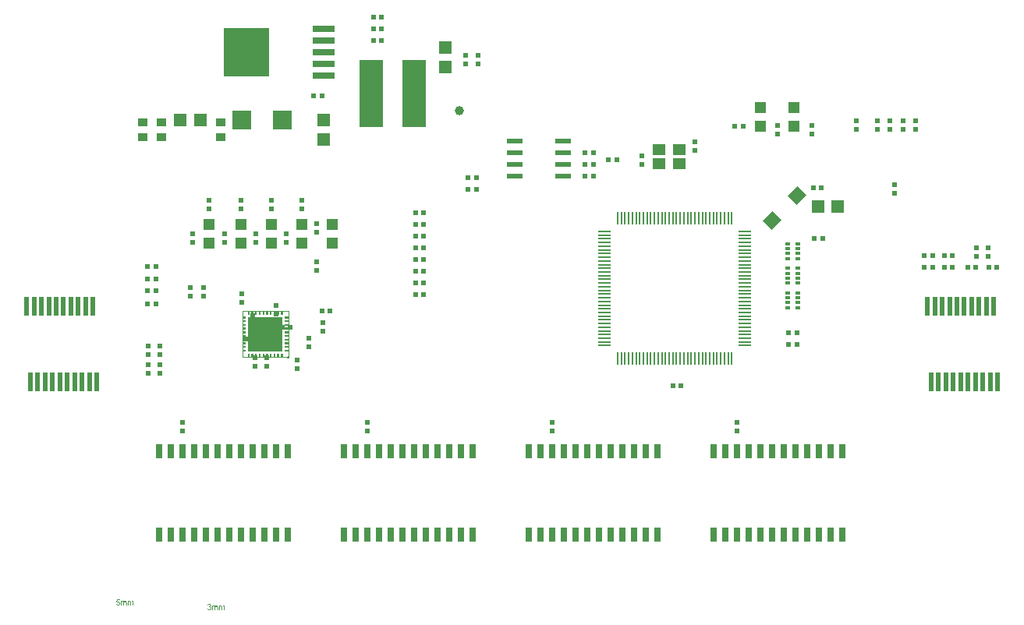
<source format=gtp>
G04*
G04 #@! TF.GenerationSoftware,Altium Limited,Altium Designer,20.0.2 (26)*
G04*
G04 Layer_Color=8421504*
%FSLAX25Y25*%
%MOIN*%
G70*
G01*
G75*
%ADD20C,0.00200*%
%ADD21R,0.05500X0.05500*%
%ADD22R,0.05500X0.05500*%
%ADD23R,0.04000X0.03500*%
G04:AMPARAMS|DCode=24|XSize=78.74mil|YSize=78.74mil|CornerRadius=0mil|HoleSize=0mil|Usage=FLASHONLY|Rotation=0.000|XOffset=0mil|YOffset=0mil|HoleType=Round|Shape=RoundedRectangle|*
%AMROUNDEDRECTD24*
21,1,0.07874,0.07874,0,0,0.0*
21,1,0.07874,0.07874,0,0,0.0*
1,1,0.00000,0.03937,-0.03937*
1,1,0.00000,-0.03937,-0.03937*
1,1,0.00000,-0.03937,0.03937*
1,1,0.00000,0.03937,0.03937*
%
%ADD24ROUNDEDRECTD24*%
%ADD25R,0.01970X0.07874*%
%ADD26R,0.01968X0.02362*%
%ADD27R,0.02362X0.01968*%
%ADD28R,0.05100X0.04700*%
G04:AMPARAMS|DCode=29|XSize=59.06mil|YSize=55.12mil|CornerRadius=0mil|HoleSize=0mil|Usage=FLASHONLY|Rotation=225.000|XOffset=0mil|YOffset=0mil|HoleType=Round|Shape=Rectangle|*
%AMROTATEDRECTD29*
4,1,4,0.00139,0.04037,0.04037,0.00139,-0.00139,-0.04037,-0.04037,-0.00139,0.00139,0.04037,0.0*
%
%ADD29ROTATEDRECTD29*%

%ADD30R,0.02165X0.01600*%
%ADD31R,0.02165X0.01200*%
%ADD32R,0.02992X0.06142*%
%ADD33R,0.07100X0.02400*%
%ADD34R,0.00787X0.05748*%
%ADD35R,0.05748X0.00787*%
%ADD36R,0.05512X0.04724*%
%ADD37C,0.03937*%
%ADD38R,0.10433X0.28740*%
%ADD39R,0.09449X0.03150*%
%ADD40R,0.19685X0.20866*%
G36*
X140480Y180268D02*
X139693D01*
Y181843D01*
X140480D01*
Y180268D01*
D02*
G37*
G36*
X138906D02*
X138118D01*
Y181843D01*
X138906D01*
Y180268D01*
D02*
G37*
G36*
X137331D02*
X136543D01*
Y181843D01*
X137331D01*
Y180268D01*
D02*
G37*
G36*
X135756D02*
X134968D01*
Y181843D01*
X135756D01*
Y180268D01*
D02*
G37*
G36*
X134181D02*
X133394D01*
Y181843D01*
X134181D01*
Y180268D01*
D02*
G37*
G36*
X132606D02*
X131819D01*
Y181843D01*
X132606D01*
Y180268D01*
D02*
G37*
G36*
X131032D02*
X130244D01*
Y181843D01*
X131032D01*
Y180268D01*
D02*
G37*
G36*
X129457D02*
X128669D01*
Y181843D01*
X129457D01*
Y180268D01*
D02*
G37*
G36*
X127882D02*
X127094D01*
Y181843D01*
X127882D01*
Y180268D01*
D02*
G37*
G36*
X126307D02*
X125520D01*
Y181843D01*
X126307D01*
Y180268D01*
D02*
G37*
G36*
X142842Y178693D02*
X141268D01*
Y179480D01*
X142842D01*
Y178693D01*
D02*
G37*
G36*
X124732D02*
X123158D01*
Y179480D01*
X124732D01*
Y178693D01*
D02*
G37*
G36*
X142842Y177118D02*
X141268D01*
Y177905D01*
X142842D01*
Y177118D01*
D02*
G37*
G36*
X124732D02*
X123158D01*
Y177905D01*
X124732D01*
Y177118D01*
D02*
G37*
G36*
X142842Y175543D02*
X141268D01*
Y176331D01*
X142842D01*
Y175543D01*
D02*
G37*
G36*
X124732D02*
X123158D01*
Y176331D01*
X124732D01*
Y175543D01*
D02*
G37*
G36*
X142842Y173969D02*
X141268D01*
Y174756D01*
X142842D01*
Y173969D01*
D02*
G37*
G36*
X124732D02*
X123158D01*
Y174756D01*
X124732D01*
Y173969D01*
D02*
G37*
G36*
X142842Y172394D02*
X141268D01*
Y173181D01*
X142842D01*
Y172394D01*
D02*
G37*
G36*
X124732D02*
X123158D01*
Y173181D01*
X124732D01*
Y172394D01*
D02*
G37*
G36*
X142842Y170819D02*
X141268D01*
Y171606D01*
X142842D01*
Y170819D01*
D02*
G37*
G36*
X124732D02*
X123158D01*
Y171606D01*
X124732D01*
Y170819D01*
D02*
G37*
G36*
X142842Y169244D02*
X141268D01*
Y170031D01*
X142842D01*
Y169244D01*
D02*
G37*
G36*
X124732D02*
X123158D01*
Y170031D01*
X124732D01*
Y169244D01*
D02*
G37*
G36*
X142842Y167669D02*
X141268D01*
Y168457D01*
X142842D01*
Y167669D01*
D02*
G37*
G36*
X124732D02*
X123158D01*
Y168457D01*
X124732D01*
Y167669D01*
D02*
G37*
G36*
X142842Y166095D02*
X141268D01*
Y166882D01*
X142842D01*
Y166095D01*
D02*
G37*
G36*
X124732D02*
X123158D01*
Y166882D01*
X124732D01*
Y166095D01*
D02*
G37*
G36*
X140284Y164716D02*
X125716D01*
Y179283D01*
X140284D01*
Y164716D01*
D02*
G37*
G36*
X142842Y164520D02*
X141268D01*
Y165307D01*
X142842D01*
Y164520D01*
D02*
G37*
G36*
X124732D02*
X123158D01*
Y165307D01*
X124732D01*
Y164520D01*
D02*
G37*
G36*
X140480Y162157D02*
X139693D01*
Y163732D01*
X140480D01*
Y162157D01*
D02*
G37*
G36*
X138906D02*
X138118D01*
Y163732D01*
X138906D01*
Y162157D01*
D02*
G37*
G36*
X137331D02*
X136543D01*
Y163732D01*
X137331D01*
Y162157D01*
D02*
G37*
G36*
X135756D02*
X134968D01*
Y163732D01*
X135756D01*
Y162157D01*
D02*
G37*
G36*
X134181D02*
X133394D01*
Y163732D01*
X134181D01*
Y162157D01*
D02*
G37*
G36*
X132606D02*
X131819D01*
Y163732D01*
X132606D01*
Y162157D01*
D02*
G37*
G36*
X131032D02*
X130244D01*
Y163732D01*
X131032D01*
Y162157D01*
D02*
G37*
G36*
X129457D02*
X128669D01*
Y163732D01*
X129457D01*
Y162157D01*
D02*
G37*
G36*
X127882D02*
X127094D01*
Y163732D01*
X127882D01*
Y162157D01*
D02*
G37*
G36*
X126307D02*
X125520D01*
Y163732D01*
X126307D01*
Y162157D01*
D02*
G37*
G36*
X143314Y162353D02*
X143314Y161961D01*
X143176Y161823D01*
X143038Y161685D01*
X142646Y161685D01*
X142370Y161961D01*
X142369Y162353D01*
X142508Y162491D01*
X142646Y162629D01*
X143037Y162629D01*
X143314Y162353D01*
D02*
G37*
G36*
X76221Y57864D02*
X76247D01*
X76272Y57860D01*
X76334Y57849D01*
X76400Y57831D01*
X76469Y57802D01*
X76538Y57765D01*
X76596Y57714D01*
X76604Y57707D01*
X76618Y57685D01*
X76644Y57653D01*
X76655Y57627D01*
X76669Y57602D01*
X76684Y57569D01*
X76695Y57536D01*
X76709Y57500D01*
X76720Y57456D01*
X76727Y57412D01*
X76735Y57361D01*
X76742Y57310D01*
Y57252D01*
Y56000D01*
X76433D01*
Y57147D01*
Y57150D01*
Y57154D01*
Y57176D01*
Y57209D01*
X76429Y57249D01*
X76425Y57292D01*
X76422Y57336D01*
X76414Y57380D01*
X76403Y57412D01*
Y57416D01*
X76396Y57427D01*
X76389Y57441D01*
X76378Y57460D01*
X76363Y57481D01*
X76345Y57503D01*
X76323Y57525D01*
X76294Y57547D01*
X76291Y57551D01*
X76280Y57554D01*
X76265Y57562D01*
X76240Y57573D01*
X76214Y57583D01*
X76181Y57591D01*
X76149Y57594D01*
X76109Y57598D01*
X76090D01*
X76076Y57594D01*
X76039Y57591D01*
X75996Y57583D01*
X75945Y57565D01*
X75890Y57543D01*
X75836Y57511D01*
X75785Y57467D01*
X75781Y57460D01*
X75766Y57441D01*
X75745Y57412D01*
X75723Y57369D01*
X75697Y57310D01*
X75679Y57241D01*
X75665Y57157D01*
X75657Y57059D01*
Y56000D01*
X75348D01*
Y57183D01*
Y57187D01*
Y57194D01*
Y57201D01*
Y57216D01*
X75344Y57256D01*
X75337Y57300D01*
X75330Y57350D01*
X75315Y57401D01*
X75297Y57449D01*
X75271Y57492D01*
X75268Y57496D01*
X75257Y57511D01*
X75239Y57525D01*
X75213Y57547D01*
X75180Y57565D01*
X75137Y57583D01*
X75086Y57594D01*
X75024Y57598D01*
X75002D01*
X74976Y57594D01*
X74947Y57591D01*
X74911Y57580D01*
X74867Y57569D01*
X74827Y57551D01*
X74784Y57529D01*
X74780Y57525D01*
X74765Y57514D01*
X74747Y57500D01*
X74722Y57478D01*
X74696Y57449D01*
X74671Y57412D01*
X74645Y57372D01*
X74623Y57325D01*
X74620Y57318D01*
X74616Y57300D01*
X74609Y57270D01*
X74598Y57230D01*
X74587Y57176D01*
X74580Y57110D01*
X74576Y57034D01*
X74572Y56946D01*
Y56000D01*
X74263D01*
Y57827D01*
X74540D01*
Y57565D01*
X74543Y57573D01*
X74554Y57587D01*
X74576Y57613D01*
X74602Y57642D01*
X74634Y57678D01*
X74674Y57714D01*
X74718Y57751D01*
X74769Y57784D01*
X74776Y57787D01*
X74795Y57798D01*
X74824Y57809D01*
X74864Y57827D01*
X74911Y57842D01*
X74966Y57853D01*
X75028Y57864D01*
X75093Y57867D01*
X75126D01*
X75166Y57864D01*
X75209Y57856D01*
X75264Y57845D01*
X75319Y57831D01*
X75373Y57809D01*
X75424Y57780D01*
X75432Y57776D01*
X75446Y57765D01*
X75468Y57747D01*
X75497Y57718D01*
X75526Y57685D01*
X75559Y57645D01*
X75588Y57598D01*
X75610Y57543D01*
X75613Y57547D01*
X75621Y57558D01*
X75632Y57573D01*
X75650Y57594D01*
X75672Y57620D01*
X75697Y57645D01*
X75726Y57674D01*
X75763Y57707D01*
X75803Y57736D01*
X75843Y57765D01*
X75890Y57791D01*
X75941Y57816D01*
X75996Y57838D01*
X76054Y57853D01*
X76112Y57864D01*
X76178Y57867D01*
X76203D01*
X76221Y57864D01*
D02*
G37*
G36*
X73288D02*
X73313D01*
X73339Y57860D01*
X73400Y57849D01*
X73466Y57831D01*
X73535Y57802D01*
X73604Y57765D01*
X73663Y57714D01*
X73670Y57707D01*
X73684Y57685D01*
X73710Y57653D01*
X73721Y57627D01*
X73735Y57602D01*
X73750Y57569D01*
X73761Y57536D01*
X73775Y57500D01*
X73786Y57456D01*
X73794Y57412D01*
X73801Y57361D01*
X73808Y57310D01*
Y57252D01*
Y56000D01*
X73499D01*
Y57147D01*
Y57150D01*
Y57154D01*
Y57176D01*
Y57209D01*
X73495Y57249D01*
X73491Y57292D01*
X73488Y57336D01*
X73480Y57380D01*
X73470Y57412D01*
Y57416D01*
X73462Y57427D01*
X73455Y57441D01*
X73444Y57460D01*
X73430Y57481D01*
X73411Y57503D01*
X73390Y57525D01*
X73360Y57547D01*
X73357Y57551D01*
X73346Y57554D01*
X73331Y57562D01*
X73306Y57573D01*
X73280Y57583D01*
X73247Y57591D01*
X73215Y57594D01*
X73175Y57598D01*
X73156D01*
X73142Y57594D01*
X73106Y57591D01*
X73062Y57583D01*
X73011Y57565D01*
X72956Y57543D01*
X72902Y57511D01*
X72851Y57467D01*
X72847Y57460D01*
X72833Y57441D01*
X72811Y57412D01*
X72789Y57369D01*
X72763Y57310D01*
X72745Y57241D01*
X72731Y57157D01*
X72723Y57059D01*
Y56000D01*
X72414D01*
Y57183D01*
Y57187D01*
Y57194D01*
Y57201D01*
Y57216D01*
X72410Y57256D01*
X72403Y57300D01*
X72396Y57350D01*
X72381Y57401D01*
X72363Y57449D01*
X72338Y57492D01*
X72334Y57496D01*
X72323Y57511D01*
X72305Y57525D01*
X72279Y57547D01*
X72246Y57565D01*
X72203Y57583D01*
X72152Y57594D01*
X72090Y57598D01*
X72068D01*
X72043Y57594D01*
X72014Y57591D01*
X71977Y57580D01*
X71934Y57569D01*
X71893Y57551D01*
X71850Y57529D01*
X71846Y57525D01*
X71832Y57514D01*
X71813Y57500D01*
X71788Y57478D01*
X71762Y57449D01*
X71737Y57412D01*
X71711Y57372D01*
X71690Y57325D01*
X71686Y57318D01*
X71682Y57300D01*
X71675Y57270D01*
X71664Y57230D01*
X71653Y57176D01*
X71646Y57110D01*
X71642Y57034D01*
X71639Y56946D01*
Y56000D01*
X71329D01*
Y57827D01*
X71606D01*
Y57565D01*
X71609Y57573D01*
X71620Y57587D01*
X71642Y57613D01*
X71668Y57642D01*
X71701Y57678D01*
X71741Y57714D01*
X71784Y57751D01*
X71835Y57784D01*
X71842Y57787D01*
X71861Y57798D01*
X71890Y57809D01*
X71930Y57827D01*
X71977Y57842D01*
X72032Y57853D01*
X72094Y57864D01*
X72159Y57867D01*
X72192D01*
X72232Y57864D01*
X72276Y57856D01*
X72330Y57845D01*
X72385Y57831D01*
X72439Y57809D01*
X72490Y57780D01*
X72498Y57776D01*
X72512Y57765D01*
X72534Y57747D01*
X72563Y57718D01*
X72592Y57685D01*
X72625Y57645D01*
X72654Y57598D01*
X72676Y57543D01*
X72680Y57547D01*
X72687Y57558D01*
X72698Y57573D01*
X72716Y57594D01*
X72738Y57620D01*
X72763Y57645D01*
X72793Y57674D01*
X72829Y57707D01*
X72869Y57736D01*
X72909Y57765D01*
X72956Y57791D01*
X73007Y57816D01*
X73062Y57838D01*
X73120Y57853D01*
X73178Y57864D01*
X73244Y57867D01*
X73269D01*
X73288Y57864D01*
D02*
G37*
G36*
X70838Y58191D02*
X69830D01*
X69695Y57511D01*
X69699Y57514D01*
X69706Y57518D01*
X69717Y57525D01*
X69735Y57536D01*
X69757Y57547D01*
X69782Y57562D01*
X69841Y57591D01*
X69913Y57620D01*
X69993Y57645D01*
X70081Y57664D01*
X70124Y57671D01*
X70205D01*
X70226Y57667D01*
X70255Y57664D01*
X70288Y57660D01*
X70325Y57653D01*
X70365Y57642D01*
X70452Y57616D01*
X70499Y57598D01*
X70547Y57573D01*
X70594Y57547D01*
X70641Y57518D01*
X70685Y57481D01*
X70729Y57441D01*
X70732Y57438D01*
X70740Y57430D01*
X70750Y57420D01*
X70765Y57401D01*
X70783Y57376D01*
X70801Y57350D01*
X70823Y57318D01*
X70845Y57281D01*
X70863Y57241D01*
X70885Y57198D01*
X70903Y57147D01*
X70922Y57096D01*
X70936Y57041D01*
X70947Y56979D01*
X70954Y56917D01*
X70958Y56852D01*
Y56848D01*
Y56837D01*
Y56819D01*
X70954Y56793D01*
X70951Y56764D01*
X70947Y56732D01*
X70940Y56692D01*
X70933Y56652D01*
X70911Y56557D01*
X70874Y56459D01*
X70852Y56408D01*
X70823Y56360D01*
X70794Y56309D01*
X70758Y56262D01*
X70754Y56258D01*
X70747Y56248D01*
X70732Y56233D01*
X70714Y56215D01*
X70689Y56193D01*
X70660Y56164D01*
X70623Y56138D01*
X70583Y56109D01*
X70539Y56080D01*
X70488Y56055D01*
X70434Y56029D01*
X70376Y56004D01*
X70314Y55985D01*
X70244Y55971D01*
X70172Y55960D01*
X70095Y55956D01*
X70063D01*
X70037Y55960D01*
X70008Y55964D01*
X69975Y55967D01*
X69935Y55971D01*
X69895Y55982D01*
X69804Y56004D01*
X69713Y56036D01*
X69666Y56058D01*
X69618Y56084D01*
X69575Y56113D01*
X69531Y56146D01*
X69527Y56149D01*
X69520Y56153D01*
X69513Y56167D01*
X69498Y56182D01*
X69480Y56200D01*
X69462Y56222D01*
X69440Y56251D01*
X69422Y56284D01*
X69400Y56317D01*
X69378Y56357D01*
X69338Y56444D01*
X69305Y56546D01*
X69295Y56601D01*
X69287Y56659D01*
X69611Y56684D01*
Y56681D01*
Y56673D01*
X69615Y56662D01*
X69618Y56644D01*
X69629Y56604D01*
X69644Y56550D01*
X69666Y56495D01*
X69695Y56433D01*
X69731Y56379D01*
X69775Y56328D01*
X69782Y56324D01*
X69797Y56309D01*
X69826Y56291D01*
X69866Y56269D01*
X69910Y56248D01*
X69964Y56229D01*
X70026Y56215D01*
X70095Y56211D01*
X70117D01*
X70132Y56215D01*
X70175Y56218D01*
X70226Y56233D01*
X70288Y56251D01*
X70350Y56280D01*
X70416Y56324D01*
X70445Y56349D01*
X70474Y56379D01*
X70477Y56382D01*
X70481Y56386D01*
X70488Y56397D01*
X70499Y56408D01*
X70525Y56448D01*
X70554Y56499D01*
X70579Y56561D01*
X70605Y56637D01*
X70623Y56728D01*
X70630Y56775D01*
Y56826D01*
Y56830D01*
Y56837D01*
Y56852D01*
X70627Y56870D01*
Y56892D01*
X70623Y56917D01*
X70612Y56976D01*
X70594Y57045D01*
X70569Y57114D01*
X70532Y57179D01*
X70481Y57241D01*
Y57245D01*
X70474Y57249D01*
X70456Y57267D01*
X70423Y57292D01*
X70379Y57321D01*
X70321Y57347D01*
X70255Y57372D01*
X70179Y57390D01*
X70135Y57398D01*
X70066D01*
X70037Y57394D01*
X70001Y57390D01*
X69957Y57380D01*
X69913Y57369D01*
X69866Y57350D01*
X69819Y57329D01*
X69815Y57325D01*
X69800Y57318D01*
X69779Y57300D01*
X69749Y57281D01*
X69720Y57256D01*
X69691Y57223D01*
X69658Y57190D01*
X69633Y57150D01*
X69342Y57190D01*
X69586Y58486D01*
X70838D01*
Y58191D01*
D02*
G37*
G36*
X115218Y55864D02*
X115243D01*
X115269Y55860D01*
X115331Y55849D01*
X115396Y55831D01*
X115465Y55802D01*
X115534Y55765D01*
X115593Y55714D01*
X115600Y55707D01*
X115614Y55685D01*
X115640Y55653D01*
X115651Y55627D01*
X115665Y55602D01*
X115680Y55569D01*
X115691Y55536D01*
X115706Y55500D01*
X115716Y55456D01*
X115724Y55412D01*
X115731Y55361D01*
X115738Y55310D01*
Y55252D01*
Y54000D01*
X115429D01*
Y55147D01*
Y55150D01*
Y55154D01*
Y55176D01*
Y55208D01*
X115425Y55248D01*
X115422Y55292D01*
X115418Y55336D01*
X115411Y55380D01*
X115400Y55412D01*
Y55416D01*
X115392Y55427D01*
X115385Y55441D01*
X115374Y55460D01*
X115360Y55481D01*
X115341Y55503D01*
X115320Y55525D01*
X115291Y55547D01*
X115287Y55551D01*
X115276Y55554D01*
X115261Y55562D01*
X115236Y55572D01*
X115210Y55583D01*
X115178Y55591D01*
X115145Y55594D01*
X115105Y55598D01*
X115087D01*
X115072Y55594D01*
X115036Y55591D01*
X114992Y55583D01*
X114941Y55565D01*
X114886Y55543D01*
X114832Y55511D01*
X114781Y55467D01*
X114777Y55460D01*
X114763Y55441D01*
X114741Y55412D01*
X114719Y55369D01*
X114694Y55310D01*
X114675Y55241D01*
X114661Y55158D01*
X114654Y55059D01*
Y54000D01*
X114344D01*
Y55183D01*
Y55187D01*
Y55194D01*
Y55201D01*
Y55216D01*
X114340Y55256D01*
X114333Y55300D01*
X114326Y55350D01*
X114311Y55401D01*
X114293Y55449D01*
X114268Y55492D01*
X114264Y55496D01*
X114253Y55511D01*
X114235Y55525D01*
X114209Y55547D01*
X114177Y55565D01*
X114133Y55583D01*
X114082Y55594D01*
X114020Y55598D01*
X113998D01*
X113973Y55594D01*
X113944Y55591D01*
X113907Y55580D01*
X113864Y55569D01*
X113824Y55551D01*
X113780Y55529D01*
X113776Y55525D01*
X113762Y55514D01*
X113744Y55500D01*
X113718Y55478D01*
X113693Y55449D01*
X113667Y55412D01*
X113642Y55372D01*
X113620Y55325D01*
X113616Y55318D01*
X113612Y55300D01*
X113605Y55270D01*
X113594Y55230D01*
X113583Y55176D01*
X113576Y55110D01*
X113573Y55034D01*
X113569Y54946D01*
Y54000D01*
X113259D01*
Y55827D01*
X113536D01*
Y55565D01*
X113540Y55572D01*
X113551Y55587D01*
X113573Y55612D01*
X113598Y55642D01*
X113631Y55678D01*
X113671Y55714D01*
X113714Y55751D01*
X113765Y55784D01*
X113773Y55787D01*
X113791Y55798D01*
X113820Y55809D01*
X113860Y55827D01*
X113907Y55842D01*
X113962Y55853D01*
X114024Y55864D01*
X114089Y55867D01*
X114122D01*
X114162Y55864D01*
X114206Y55856D01*
X114260Y55845D01*
X114315Y55831D01*
X114370Y55809D01*
X114421Y55780D01*
X114428Y55776D01*
X114442Y55765D01*
X114464Y55747D01*
X114493Y55718D01*
X114523Y55685D01*
X114555Y55645D01*
X114584Y55598D01*
X114606Y55543D01*
X114610Y55547D01*
X114617Y55558D01*
X114628Y55572D01*
X114646Y55594D01*
X114668Y55620D01*
X114694Y55645D01*
X114723Y55674D01*
X114759Y55707D01*
X114799Y55736D01*
X114839Y55765D01*
X114886Y55791D01*
X114937Y55816D01*
X114992Y55838D01*
X115050Y55853D01*
X115109Y55864D01*
X115174Y55867D01*
X115200D01*
X115218Y55864D01*
D02*
G37*
G36*
X112284D02*
X112309D01*
X112335Y55860D01*
X112397Y55849D01*
X112462Y55831D01*
X112531Y55802D01*
X112601Y55765D01*
X112659Y55714D01*
X112666Y55707D01*
X112681Y55685D01*
X112706Y55653D01*
X112717Y55627D01*
X112732Y55602D01*
X112746Y55569D01*
X112757Y55536D01*
X112772Y55500D01*
X112783Y55456D01*
X112790Y55412D01*
X112797Y55361D01*
X112804Y55310D01*
Y55252D01*
Y54000D01*
X112495D01*
Y55147D01*
Y55150D01*
Y55154D01*
Y55176D01*
Y55208D01*
X112491Y55248D01*
X112488Y55292D01*
X112484Y55336D01*
X112477Y55380D01*
X112466Y55412D01*
Y55416D01*
X112459Y55427D01*
X112451Y55441D01*
X112440Y55460D01*
X112426Y55481D01*
X112408Y55503D01*
X112386Y55525D01*
X112357Y55547D01*
X112353Y55551D01*
X112342Y55554D01*
X112328Y55562D01*
X112302Y55572D01*
X112277Y55583D01*
X112244Y55591D01*
X112211Y55594D01*
X112171Y55598D01*
X112153D01*
X112138Y55594D01*
X112102Y55591D01*
X112058Y55583D01*
X112007Y55565D01*
X111953Y55543D01*
X111898Y55511D01*
X111847Y55467D01*
X111844Y55460D01*
X111829Y55441D01*
X111807Y55412D01*
X111785Y55369D01*
X111760Y55310D01*
X111742Y55241D01*
X111727Y55158D01*
X111720Y55059D01*
Y54000D01*
X111410D01*
Y55183D01*
Y55187D01*
Y55194D01*
Y55201D01*
Y55216D01*
X111407Y55256D01*
X111399Y55300D01*
X111392Y55350D01*
X111378Y55401D01*
X111359Y55449D01*
X111334Y55492D01*
X111330Y55496D01*
X111319Y55511D01*
X111301Y55525D01*
X111276Y55547D01*
X111243Y55565D01*
X111199Y55583D01*
X111148Y55594D01*
X111086Y55598D01*
X111065D01*
X111039Y55594D01*
X111010Y55591D01*
X110974Y55580D01*
X110930Y55569D01*
X110890Y55551D01*
X110846Y55529D01*
X110843Y55525D01*
X110828Y55514D01*
X110810Y55500D01*
X110784Y55478D01*
X110759Y55449D01*
X110733Y55412D01*
X110708Y55372D01*
X110686Y55325D01*
X110682Y55318D01*
X110679Y55300D01*
X110671Y55270D01*
X110661Y55230D01*
X110650Y55176D01*
X110642Y55110D01*
X110639Y55034D01*
X110635Y54946D01*
Y54000D01*
X110326D01*
Y55827D01*
X110602D01*
Y55565D01*
X110606Y55572D01*
X110617Y55587D01*
X110639Y55612D01*
X110664Y55642D01*
X110697Y55678D01*
X110737Y55714D01*
X110781Y55751D01*
X110832Y55784D01*
X110839Y55787D01*
X110857Y55798D01*
X110886Y55809D01*
X110926Y55827D01*
X110974Y55842D01*
X111028Y55853D01*
X111090Y55864D01*
X111155Y55867D01*
X111188D01*
X111228Y55864D01*
X111272Y55856D01*
X111327Y55845D01*
X111381Y55831D01*
X111436Y55809D01*
X111487Y55780D01*
X111494Y55776D01*
X111509Y55765D01*
X111530Y55747D01*
X111560Y55718D01*
X111589Y55685D01*
X111621Y55645D01*
X111651Y55598D01*
X111672Y55543D01*
X111676Y55547D01*
X111683Y55558D01*
X111694Y55572D01*
X111712Y55594D01*
X111734Y55620D01*
X111760Y55645D01*
X111789Y55674D01*
X111825Y55707D01*
X111865Y55736D01*
X111905Y55765D01*
X111953Y55791D01*
X112004Y55816D01*
X112058Y55838D01*
X112117Y55853D01*
X112175Y55864D01*
X112240Y55867D01*
X112266D01*
X112284Y55864D01*
D02*
G37*
G36*
X109150Y56526D02*
X109197Y56519D01*
X109255Y56508D01*
X109321Y56490D01*
X109387Y56468D01*
X109452Y56439D01*
X109456D01*
X109459Y56435D01*
X109481Y56424D01*
X109514Y56402D01*
X109550Y56377D01*
X109594Y56340D01*
X109638Y56300D01*
X109681Y56253D01*
X109718Y56199D01*
X109721Y56191D01*
X109732Y56173D01*
X109747Y56140D01*
X109765Y56100D01*
X109783Y56053D01*
X109798Y55998D01*
X109809Y55936D01*
X109812Y55875D01*
Y55867D01*
Y55845D01*
X109809Y55816D01*
X109801Y55776D01*
X109791Y55729D01*
X109772Y55678D01*
X109750Y55627D01*
X109721Y55576D01*
X109718Y55569D01*
X109707Y55554D01*
X109685Y55529D01*
X109656Y55500D01*
X109619Y55467D01*
X109576Y55431D01*
X109525Y55398D01*
X109463Y55365D01*
X109467D01*
X109474Y55361D01*
X109485Y55358D01*
X109499Y55354D01*
X109539Y55339D01*
X109590Y55318D01*
X109649Y55289D01*
X109707Y55252D01*
X109761Y55205D01*
X109812Y55150D01*
X109816Y55143D01*
X109831Y55121D01*
X109852Y55085D01*
X109874Y55037D01*
X109896Y54979D01*
X109918Y54910D01*
X109932Y54830D01*
X109936Y54743D01*
Y54739D01*
Y54728D01*
Y54710D01*
X109932Y54688D01*
X109929Y54659D01*
X109922Y54626D01*
X109914Y54590D01*
X109907Y54550D01*
X109878Y54462D01*
X109856Y54415D01*
X109834Y54371D01*
X109805Y54324D01*
X109772Y54277D01*
X109736Y54229D01*
X109692Y54186D01*
X109689Y54182D01*
X109681Y54175D01*
X109667Y54164D01*
X109649Y54149D01*
X109627Y54131D01*
X109598Y54113D01*
X109565Y54091D01*
X109525Y54073D01*
X109485Y54051D01*
X109437Y54029D01*
X109390Y54011D01*
X109335Y53993D01*
X109277Y53978D01*
X109215Y53967D01*
X109153Y53960D01*
X109084Y53956D01*
X109052D01*
X109030Y53960D01*
X109001Y53964D01*
X108968Y53967D01*
X108932Y53974D01*
X108891Y53982D01*
X108804Y54004D01*
X108713Y54040D01*
X108666Y54062D01*
X108622Y54087D01*
X108578Y54120D01*
X108535Y54153D01*
X108531Y54157D01*
X108524Y54164D01*
X108513Y54175D01*
X108502Y54189D01*
X108484Y54207D01*
X108466Y54233D01*
X108444Y54258D01*
X108422Y54291D01*
X108400Y54328D01*
X108378Y54364D01*
X108338Y54451D01*
X108305Y54553D01*
X108294Y54608D01*
X108287Y54666D01*
X108597Y54706D01*
Y54703D01*
X108600Y54695D01*
X108604Y54681D01*
X108607Y54663D01*
X108611Y54641D01*
X108618Y54615D01*
X108637Y54561D01*
X108662Y54495D01*
X108695Y54433D01*
X108731Y54375D01*
X108775Y54324D01*
X108782Y54320D01*
X108797Y54306D01*
X108826Y54288D01*
X108862Y54269D01*
X108906Y54247D01*
X108961Y54229D01*
X109022Y54215D01*
X109088Y54211D01*
X109110D01*
X109124Y54215D01*
X109164Y54218D01*
X109215Y54229D01*
X109274Y54247D01*
X109335Y54273D01*
X109397Y54309D01*
X109456Y54360D01*
X109463Y54368D01*
X109481Y54390D01*
X109503Y54422D01*
X109532Y54466D01*
X109561Y54520D01*
X109583Y54582D01*
X109601Y54655D01*
X109608Y54735D01*
Y54739D01*
Y54746D01*
Y54757D01*
X109605Y54772D01*
X109601Y54812D01*
X109590Y54859D01*
X109576Y54917D01*
X109550Y54975D01*
X109514Y55034D01*
X109467Y55088D01*
X109459Y55096D01*
X109441Y55110D01*
X109412Y55132D01*
X109372Y55158D01*
X109321Y55183D01*
X109259Y55205D01*
X109190Y55219D01*
X109114Y55227D01*
X109081D01*
X109055Y55223D01*
X109022Y55219D01*
X108986Y55212D01*
X108942Y55205D01*
X108895Y55194D01*
X108932Y55467D01*
X108950D01*
X108964Y55463D01*
X109012D01*
X109052Y55471D01*
X109099Y55478D01*
X109153Y55489D01*
X109215Y55507D01*
X109274Y55532D01*
X109335Y55565D01*
X109339D01*
X109343Y55569D01*
X109361Y55583D01*
X109387Y55609D01*
X109416Y55642D01*
X109445Y55689D01*
X109470Y55744D01*
X109488Y55805D01*
X109496Y55842D01*
Y55882D01*
Y55885D01*
Y55889D01*
Y55911D01*
X109488Y55940D01*
X109481Y55980D01*
X109467Y56024D01*
X109448Y56071D01*
X109419Y56119D01*
X109379Y56162D01*
X109376Y56166D01*
X109357Y56180D01*
X109332Y56199D01*
X109299Y56220D01*
X109255Y56239D01*
X109204Y56257D01*
X109146Y56271D01*
X109081Y56275D01*
X109052D01*
X109019Y56268D01*
X108975Y56260D01*
X108928Y56246D01*
X108880Y56228D01*
X108830Y56199D01*
X108782Y56162D01*
X108779Y56159D01*
X108764Y56140D01*
X108742Y56115D01*
X108717Y56078D01*
X108691Y56031D01*
X108666Y55973D01*
X108644Y55904D01*
X108629Y55824D01*
X108320Y55878D01*
Y55882D01*
X108324Y55893D01*
X108327Y55907D01*
X108331Y55929D01*
X108338Y55955D01*
X108349Y55984D01*
X108371Y56053D01*
X108407Y56133D01*
X108451Y56213D01*
X108506Y56290D01*
X108575Y56359D01*
X108578Y56362D01*
X108586Y56366D01*
X108597Y56373D01*
X108611Y56384D01*
X108629Y56399D01*
X108655Y56413D01*
X108680Y56428D01*
X108713Y56446D01*
X108786Y56475D01*
X108870Y56504D01*
X108968Y56523D01*
X109019Y56530D01*
X109110D01*
X109150Y56526D01*
D02*
G37*
D20*
X142842Y162157D02*
Y181843D01*
X123158D02*
X142842D01*
X123158Y162157D02*
Y181843D01*
Y162157D02*
X142842D01*
D21*
X158000Y263750D02*
D03*
Y255250D02*
D03*
X210000Y286250D02*
D03*
Y294750D02*
D03*
D22*
X96750Y263500D02*
D03*
X105250D02*
D03*
X377750Y226500D02*
D03*
X369250D02*
D03*
D23*
X80500Y262650D02*
D03*
Y256350D02*
D03*
X114000Y262650D02*
D03*
Y256350D02*
D03*
X88500Y262650D02*
D03*
Y256350D02*
D03*
D24*
X140161Y263500D02*
D03*
X122839D02*
D03*
D25*
X416040Y183825D02*
D03*
X419190D02*
D03*
X422340D02*
D03*
X425490D02*
D03*
X428638D02*
D03*
X431787D02*
D03*
X434937D02*
D03*
X438087D02*
D03*
X441236D02*
D03*
X444386D02*
D03*
X445960Y151545D02*
D03*
X442810D02*
D03*
X439660D02*
D03*
X436510D02*
D03*
X433362D02*
D03*
X430213D02*
D03*
X427063D02*
D03*
X423913D02*
D03*
X420764D02*
D03*
X417614D02*
D03*
X32614D02*
D03*
X35764D02*
D03*
X38913D02*
D03*
X42063D02*
D03*
X45213D02*
D03*
X48362D02*
D03*
X51510D02*
D03*
X54660D02*
D03*
X57810D02*
D03*
X60960D02*
D03*
X59386Y183825D02*
D03*
X56236D02*
D03*
X53087D02*
D03*
X49937D02*
D03*
X46787D02*
D03*
X43638D02*
D03*
X40490D02*
D03*
X37340D02*
D03*
X34190D02*
D03*
X31040D02*
D03*
D26*
X157272Y274000D02*
D03*
X153728D02*
D03*
X124728Y170000D02*
D03*
X128272D02*
D03*
X143772Y175000D02*
D03*
X140228D02*
D03*
X179228Y297500D02*
D03*
X182772D02*
D03*
Y302500D02*
D03*
X179228D02*
D03*
X337272Y261000D02*
D03*
X333728D02*
D03*
X367228Y234500D02*
D03*
X370772D02*
D03*
X273272Y249500D02*
D03*
X269728D02*
D03*
X197228Y214000D02*
D03*
X200772D02*
D03*
X157228Y182000D02*
D03*
X160772D02*
D03*
X197228Y219000D02*
D03*
X200772D02*
D03*
X197228Y224000D02*
D03*
X200772D02*
D03*
X197228Y209000D02*
D03*
X200772D02*
D03*
X307228Y150000D02*
D03*
X310772D02*
D03*
X367728Y213000D02*
D03*
X371272D02*
D03*
X197228Y204000D02*
D03*
X200772D02*
D03*
X197228Y199000D02*
D03*
X200772D02*
D03*
X197228Y189000D02*
D03*
X200772D02*
D03*
X86272Y185000D02*
D03*
X82728D02*
D03*
Y190500D02*
D03*
X86272D02*
D03*
X82728Y195500D02*
D03*
X86272D02*
D03*
Y201000D02*
D03*
X82728D02*
D03*
X273272Y239500D02*
D03*
X269728D02*
D03*
X273272Y244500D02*
D03*
X269728D02*
D03*
X283272Y246500D02*
D03*
X279728D02*
D03*
X219728Y234000D02*
D03*
X223272D02*
D03*
X219728Y239000D02*
D03*
X223272D02*
D03*
X197228Y194000D02*
D03*
X200772D02*
D03*
X182772Y307500D02*
D03*
X179228D02*
D03*
X360272Y172500D02*
D03*
X356728D02*
D03*
X360272Y167500D02*
D03*
X356728D02*
D03*
X418272Y205500D02*
D03*
X414728D02*
D03*
Y200500D02*
D03*
X418272D02*
D03*
X426772D02*
D03*
X423228D02*
D03*
Y205500D02*
D03*
X426772D02*
D03*
X433228Y200500D02*
D03*
X436772D02*
D03*
X445772D02*
D03*
X442228D02*
D03*
D27*
X127500Y179772D02*
D03*
Y176228D02*
D03*
X224000Y287728D02*
D03*
Y291272D02*
D03*
X218500Y287728D02*
D03*
Y291272D02*
D03*
X352000Y261272D02*
D03*
Y257728D02*
D03*
X366500D02*
D03*
Y261272D02*
D03*
X385500Y259728D02*
D03*
Y263272D02*
D03*
X394500Y259728D02*
D03*
Y263272D02*
D03*
X400000Y259728D02*
D03*
Y263272D02*
D03*
X405500Y259728D02*
D03*
Y263272D02*
D03*
X411000Y259728D02*
D03*
Y263272D02*
D03*
X402000Y232228D02*
D03*
Y235772D02*
D03*
X97500Y130728D02*
D03*
Y134272D02*
D03*
X176500Y130728D02*
D03*
Y134272D02*
D03*
X255500Y130728D02*
D03*
Y134272D02*
D03*
X334500Y130728D02*
D03*
Y134272D02*
D03*
X102000Y214772D02*
D03*
Y211228D02*
D03*
X122500Y229272D02*
D03*
Y225728D02*
D03*
X129000Y214772D02*
D03*
Y211228D02*
D03*
X148500Y229272D02*
D03*
Y225728D02*
D03*
X151500Y170272D02*
D03*
Y166728D02*
D03*
X137500Y184272D02*
D03*
Y180728D02*
D03*
X128500Y158228D02*
D03*
Y161772D02*
D03*
X123000Y185728D02*
D03*
Y189272D02*
D03*
X155000Y215728D02*
D03*
Y219272D02*
D03*
X142000Y214772D02*
D03*
Y211228D02*
D03*
X135500Y229272D02*
D03*
Y225728D02*
D03*
X115500Y214772D02*
D03*
Y211228D02*
D03*
X109000Y229272D02*
D03*
Y225728D02*
D03*
X101000Y191772D02*
D03*
Y188228D02*
D03*
X106500Y191772D02*
D03*
Y188228D02*
D03*
X155000Y202772D02*
D03*
Y199228D02*
D03*
X88000Y158772D02*
D03*
Y155228D02*
D03*
X83000D02*
D03*
Y158772D02*
D03*
Y166772D02*
D03*
Y163228D02*
D03*
X88000D02*
D03*
Y166772D02*
D03*
X294000Y244728D02*
D03*
Y248272D02*
D03*
X316500Y250728D02*
D03*
Y254272D02*
D03*
X157500Y173228D02*
D03*
Y176772D02*
D03*
X146500Y160772D02*
D03*
Y157228D02*
D03*
X133500Y158228D02*
D03*
Y161772D02*
D03*
X437000Y205228D02*
D03*
Y208772D02*
D03*
X442000Y205228D02*
D03*
Y208772D02*
D03*
D28*
X344500Y261063D02*
D03*
Y268937D02*
D03*
X359000Y261063D02*
D03*
Y268937D02*
D03*
X109000Y211063D02*
D03*
Y218937D02*
D03*
X122500Y211063D02*
D03*
Y218937D02*
D03*
X135500Y211063D02*
D03*
Y218937D02*
D03*
X148500Y211063D02*
D03*
Y218937D02*
D03*
X161500Y211063D02*
D03*
Y218937D02*
D03*
D29*
X349685Y220685D02*
D03*
X360315Y231315D02*
D03*
D30*
X360567Y204350D02*
D03*
Y210650D02*
D03*
X356433D02*
D03*
Y204350D02*
D03*
X360567Y193850D02*
D03*
Y200150D02*
D03*
X356433D02*
D03*
Y193850D02*
D03*
X360567Y183350D02*
D03*
Y189650D02*
D03*
X356433D02*
D03*
Y183350D02*
D03*
D31*
X360567Y206516D02*
D03*
Y208484D02*
D03*
X356433D02*
D03*
Y206516D02*
D03*
X360567Y196016D02*
D03*
Y197984D02*
D03*
X356433D02*
D03*
Y196016D02*
D03*
X360567Y185516D02*
D03*
Y187484D02*
D03*
X356433D02*
D03*
Y185516D02*
D03*
D32*
X379500Y121815D02*
D03*
X374500D02*
D03*
X379500Y86185D02*
D03*
X369500Y121815D02*
D03*
X364500D02*
D03*
X349500D02*
D03*
X354500D02*
D03*
X359500D02*
D03*
X334500D02*
D03*
X339500D02*
D03*
X344500D02*
D03*
X324500D02*
D03*
X329500D02*
D03*
X374500Y86185D02*
D03*
X369500D02*
D03*
X364500D02*
D03*
X359500D02*
D03*
X354500D02*
D03*
X349500D02*
D03*
X344500D02*
D03*
X339500D02*
D03*
X334500D02*
D03*
X329500D02*
D03*
X324500D02*
D03*
X221500Y121815D02*
D03*
X216500D02*
D03*
X221500Y86185D02*
D03*
X211500Y121815D02*
D03*
X206500D02*
D03*
X191500D02*
D03*
X196500D02*
D03*
X201500D02*
D03*
X176500D02*
D03*
X181500D02*
D03*
X186500D02*
D03*
X166500D02*
D03*
X171500D02*
D03*
X216500Y86185D02*
D03*
X211500D02*
D03*
X206500D02*
D03*
X201500D02*
D03*
X196500D02*
D03*
X191500D02*
D03*
X186500D02*
D03*
X181500D02*
D03*
X176500D02*
D03*
X171500D02*
D03*
X166500D02*
D03*
X142500Y121815D02*
D03*
X137500D02*
D03*
X142500Y86185D02*
D03*
X132500Y121815D02*
D03*
X127500D02*
D03*
X112500D02*
D03*
X117500D02*
D03*
X122500D02*
D03*
X97500D02*
D03*
X102500D02*
D03*
X107500D02*
D03*
X87500D02*
D03*
X92500D02*
D03*
X137500Y86185D02*
D03*
X132500D02*
D03*
X127500D02*
D03*
X122500D02*
D03*
X117500D02*
D03*
X112500D02*
D03*
X107500D02*
D03*
X102500D02*
D03*
X97500D02*
D03*
X92500D02*
D03*
X87500D02*
D03*
X300500Y121815D02*
D03*
X295500D02*
D03*
X300500Y86185D02*
D03*
X290500Y121815D02*
D03*
X285500D02*
D03*
X270500D02*
D03*
X275500D02*
D03*
X280500D02*
D03*
X255500D02*
D03*
X260500D02*
D03*
X265500D02*
D03*
X245500D02*
D03*
X250500D02*
D03*
X295500Y86185D02*
D03*
X290500D02*
D03*
X285500D02*
D03*
X280500D02*
D03*
X275500D02*
D03*
X270500D02*
D03*
X265500D02*
D03*
X260500D02*
D03*
X255500D02*
D03*
X250500D02*
D03*
X245500D02*
D03*
D33*
X260236Y254500D02*
D03*
Y249500D02*
D03*
Y244500D02*
D03*
Y239500D02*
D03*
X239764D02*
D03*
Y244500D02*
D03*
Y249500D02*
D03*
Y254500D02*
D03*
D34*
X283591Y161461D02*
D03*
X285165Y161461D02*
D03*
X286740Y161461D02*
D03*
X288315Y161461D02*
D03*
X289890Y161461D02*
D03*
X291465Y161461D02*
D03*
X293039Y161461D02*
D03*
X294614Y161461D02*
D03*
X296189Y161461D02*
D03*
X297764D02*
D03*
X299339D02*
D03*
X300914D02*
D03*
X302488D02*
D03*
X304063D02*
D03*
X305638D02*
D03*
X307213D02*
D03*
X308787D02*
D03*
X310362D02*
D03*
X311937D02*
D03*
X313512D02*
D03*
X315087D02*
D03*
X316661D02*
D03*
X318236D02*
D03*
X319811D02*
D03*
X321386Y161461D02*
D03*
X322961Y161461D02*
D03*
X324535Y161461D02*
D03*
X326110Y161461D02*
D03*
X327685Y161461D02*
D03*
X329260Y161461D02*
D03*
X330835Y161461D02*
D03*
X332409Y161461D02*
D03*
Y221539D02*
D03*
X330835Y221539D02*
D03*
X329260Y221539D02*
D03*
X327685Y221539D02*
D03*
X326110Y221539D02*
D03*
X324535Y221539D02*
D03*
X322961Y221539D02*
D03*
X321386Y221539D02*
D03*
X319811Y221539D02*
D03*
X318236D02*
D03*
X316661D02*
D03*
X315087D02*
D03*
X313512D02*
D03*
X311937D02*
D03*
X310362D02*
D03*
X308787D02*
D03*
X307213D02*
D03*
X305638D02*
D03*
X304063D02*
D03*
X302488D02*
D03*
X300914D02*
D03*
X299339D02*
D03*
X297764D02*
D03*
X296189D02*
D03*
X294614Y221539D02*
D03*
X293039Y221539D02*
D03*
X291465Y221539D02*
D03*
X289890Y221539D02*
D03*
X288315Y221539D02*
D03*
X286740Y221539D02*
D03*
X285165Y221539D02*
D03*
X283591Y221539D02*
D03*
D35*
X338039Y167091D02*
D03*
X338039Y168665D02*
D03*
X338039Y170240D02*
D03*
X338039Y171815D02*
D03*
X338039Y173390D02*
D03*
X338039Y174965D02*
D03*
X338039Y176539D02*
D03*
X338039Y178114D02*
D03*
X338039Y179689D02*
D03*
Y181264D02*
D03*
Y182839D02*
D03*
Y184414D02*
D03*
Y185988D02*
D03*
Y187563D02*
D03*
Y189138D02*
D03*
Y190713D02*
D03*
Y192287D02*
D03*
Y193862D02*
D03*
Y195437D02*
D03*
Y197012D02*
D03*
Y198587D02*
D03*
Y200161D02*
D03*
Y201736D02*
D03*
Y203311D02*
D03*
X338039Y204886D02*
D03*
X338039Y206461D02*
D03*
X338039Y208035D02*
D03*
X338039Y209610D02*
D03*
X338039Y211185D02*
D03*
X338039Y212760D02*
D03*
X338039Y214335D02*
D03*
X338039Y215909D02*
D03*
X277961D02*
D03*
X277961Y214335D02*
D03*
X277961Y212760D02*
D03*
X277961Y211185D02*
D03*
X277961Y209610D02*
D03*
X277961Y208035D02*
D03*
X277961Y206461D02*
D03*
X277961Y204886D02*
D03*
X277961Y203311D02*
D03*
Y201736D02*
D03*
Y200161D02*
D03*
Y198587D02*
D03*
Y197012D02*
D03*
Y195437D02*
D03*
Y193862D02*
D03*
Y192287D02*
D03*
Y190713D02*
D03*
Y189138D02*
D03*
Y187563D02*
D03*
Y185988D02*
D03*
Y184414D02*
D03*
Y182839D02*
D03*
Y181264D02*
D03*
Y179689D02*
D03*
X277961Y178114D02*
D03*
X277961Y176539D02*
D03*
X277961Y174965D02*
D03*
X277961Y173390D02*
D03*
X277961Y171815D02*
D03*
X277961Y170240D02*
D03*
X277961Y168665D02*
D03*
X277961Y167091D02*
D03*
D36*
X301169Y250953D02*
D03*
X309831D02*
D03*
Y245047D02*
D03*
X301169D02*
D03*
D37*
X216000Y267500D02*
D03*
D38*
X178347Y275000D02*
D03*
X196653D02*
D03*
D39*
X158035Y282500D02*
D03*
Y287500D02*
D03*
Y292500D02*
D03*
Y297500D02*
D03*
Y302500D02*
D03*
D40*
X124965Y292500D02*
D03*
M02*

</source>
